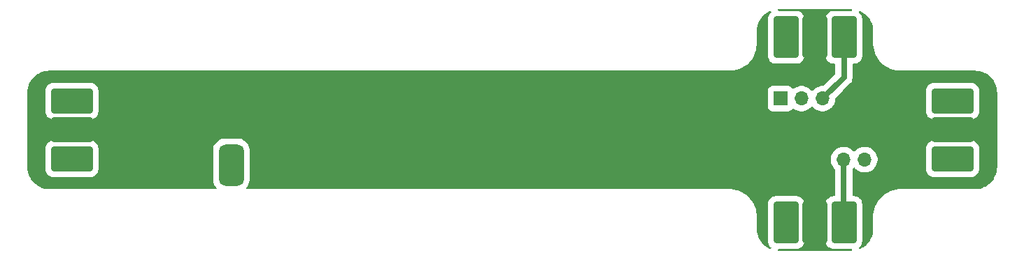
<source format=gbl>
G04 #@! TF.GenerationSoftware,KiCad,Pcbnew,9.0.0*
G04 #@! TF.CreationDate,2025-03-27T20:29:25-05:00*
G04 #@! TF.ProjectId,PD_Board_v2,50445f42-6f61-4726-945f-76322e6b6963,rev?*
G04 #@! TF.SameCoordinates,Original*
G04 #@! TF.FileFunction,Copper,L2,Bot*
G04 #@! TF.FilePolarity,Positive*
%FSLAX46Y46*%
G04 Gerber Fmt 4.6, Leading zero omitted, Abs format (unit mm)*
G04 Created by KiCad (PCBNEW 9.0.0) date 2025-03-27 20:29:25*
%MOMM*%
%LPD*%
G01*
G04 APERTURE LIST*
G04 Aperture macros list*
%AMRoundRect*
0 Rectangle with rounded corners*
0 $1 Rounding radius*
0 $2 $3 $4 $5 $6 $7 $8 $9 X,Y pos of 4 corners*
0 Add a 4 corners polygon primitive as box body*
4,1,4,$2,$3,$4,$5,$6,$7,$8,$9,$2,$3,0*
0 Add four circle primitives for the rounded corners*
1,1,$1+$1,$2,$3*
1,1,$1+$1,$4,$5*
1,1,$1+$1,$6,$7*
1,1,$1+$1,$8,$9*
0 Add four rect primitives between the rounded corners*
20,1,$1+$1,$2,$3,$4,$5,0*
20,1,$1+$1,$4,$5,$6,$7,0*
20,1,$1+$1,$6,$7,$8,$9,0*
20,1,$1+$1,$8,$9,$2,$3,0*%
G04 Aperture macros list end*
G04 #@! TA.AperFunction,ComponentPad*
%ADD10RoundRect,0.250000X-1.250000X2.250000X-1.250000X-2.250000X1.250000X-2.250000X1.250000X2.250000X0*%
G04 #@! TD*
G04 #@! TA.AperFunction,ComponentPad*
%ADD11RoundRect,0.250000X-2.250000X-1.250000X2.250000X-1.250000X2.250000X1.250000X-2.250000X1.250000X0*%
G04 #@! TD*
G04 #@! TA.AperFunction,ComponentPad*
%ADD12RoundRect,0.750000X0.750000X-1.750000X0.750000X1.750000X-0.750000X1.750000X-0.750000X-1.750000X0*%
G04 #@! TD*
G04 #@! TA.AperFunction,ComponentPad*
%ADD13R,1.700000X1.700000*%
G04 #@! TD*
G04 #@! TA.AperFunction,ComponentPad*
%ADD14O,1.700000X1.700000*%
G04 #@! TD*
G04 #@! TA.AperFunction,Conductor*
%ADD15C,0.700000*%
G04 #@! TD*
G04 APERTURE END LIST*
D10*
X190400000Y-89500000D03*
X186900000Y-89500000D03*
X183400000Y-89500000D03*
X190400000Y-112000000D03*
X186900000Y-112000000D03*
X183400000Y-112000000D03*
D11*
X203550000Y-97250000D03*
X203550000Y-100750000D03*
X203550000Y-104250000D03*
D12*
X116250000Y-105000000D03*
X121250000Y-105000000D03*
D11*
X96950000Y-97250000D03*
X96950000Y-100750000D03*
X96950000Y-104250000D03*
D13*
X187835000Y-104350000D03*
D14*
X190375000Y-104350000D03*
X192915000Y-104350000D03*
D13*
X182720000Y-96950000D03*
D14*
X185260000Y-96950000D03*
X187800000Y-96950000D03*
D15*
X187800000Y-96950000D02*
X190400000Y-94350000D01*
X190400000Y-94350000D02*
X190400000Y-89500000D01*
X187800000Y-96950000D02*
X187800000Y-96445000D01*
X203250000Y-96950000D02*
X203550000Y-97250000D01*
X190375000Y-104350000D02*
X190375000Y-111975000D01*
X190375000Y-111975000D02*
X190400000Y-112000000D01*
G04 #@! TA.AperFunction,Conductor*
G36*
X191253472Y-86050686D02*
G01*
X191271439Y-86051695D01*
X191337269Y-86075108D01*
X191379991Y-86130394D01*
X191386041Y-86200001D01*
X191353498Y-86261829D01*
X191292695Y-86296249D01*
X191264486Y-86299500D01*
X189094862Y-86299500D01*
X189082599Y-86300590D01*
X188981451Y-86309582D01*
X188795594Y-86362762D01*
X188624250Y-86452265D01*
X188474428Y-86574428D01*
X188352265Y-86724250D01*
X188262762Y-86895594D01*
X188209582Y-87081451D01*
X188199500Y-87194863D01*
X188199500Y-91805136D01*
X188209582Y-91918548D01*
X188262762Y-92104405D01*
X188262763Y-92104406D01*
X188352266Y-92275751D01*
X188396427Y-92329910D01*
X188474428Y-92425571D01*
X188549339Y-92486652D01*
X188624249Y-92547734D01*
X188795594Y-92637237D01*
X188981448Y-92690417D01*
X189094862Y-92700500D01*
X189225500Y-92700500D01*
X189292539Y-92720185D01*
X189338294Y-92772989D01*
X189349500Y-92824500D01*
X189349500Y-93863507D01*
X189329815Y-93930546D01*
X189313181Y-93951188D01*
X187906188Y-95358181D01*
X187882487Y-95371122D01*
X187860710Y-95387097D01*
X187849693Y-95389029D01*
X187844865Y-95391666D01*
X187826151Y-95394264D01*
X187822330Y-95394500D01*
X187696535Y-95394500D01*
X187645700Y-95404611D01*
X187637445Y-95405918D01*
X187637436Y-95405919D01*
X187436926Y-95437678D01*
X187204812Y-95513097D01*
X186987357Y-95623896D01*
X186789923Y-95767339D01*
X186789918Y-95767343D01*
X186617681Y-95939581D01*
X186556358Y-95973066D01*
X186486666Y-95968082D01*
X186442319Y-95939581D01*
X186270081Y-95767343D01*
X186270076Y-95767339D01*
X186072642Y-95623896D01*
X186072641Y-95623895D01*
X186072639Y-95623894D01*
X185855185Y-95513096D01*
X185623076Y-95437679D01*
X185623074Y-95437678D01*
X185623072Y-95437678D01*
X185422554Y-95405919D01*
X185382027Y-95399500D01*
X185137973Y-95399500D01*
X185105704Y-95404611D01*
X184896927Y-95437678D01*
X184664812Y-95513097D01*
X184447357Y-95623896D01*
X184315699Y-95719551D01*
X184249893Y-95743031D01*
X184181839Y-95727205D01*
X184136697Y-95683382D01*
X184125474Y-95664817D01*
X184125471Y-95664813D01*
X184005188Y-95544530D01*
X183888931Y-95474250D01*
X183859606Y-95456522D01*
X183697196Y-95405914D01*
X183697194Y-95405913D01*
X183697192Y-95405913D01*
X183647778Y-95401423D01*
X183626616Y-95399500D01*
X181813384Y-95399500D01*
X181794145Y-95401248D01*
X181742807Y-95405913D01*
X181580393Y-95456522D01*
X181434811Y-95544530D01*
X181314530Y-95664811D01*
X181226522Y-95810393D01*
X181175913Y-95972807D01*
X181169500Y-96043386D01*
X181169500Y-97856613D01*
X181175913Y-97927192D01*
X181175913Y-97927194D01*
X181175914Y-97927196D01*
X181186160Y-97960076D01*
X181226522Y-98089606D01*
X181314530Y-98235188D01*
X181434811Y-98355469D01*
X181434813Y-98355470D01*
X181434815Y-98355472D01*
X181580394Y-98443478D01*
X181742804Y-98494086D01*
X181813384Y-98500500D01*
X181813387Y-98500500D01*
X183626613Y-98500500D01*
X183626616Y-98500500D01*
X183697196Y-98494086D01*
X183859606Y-98443478D01*
X184005185Y-98355472D01*
X184125472Y-98235185D01*
X184136694Y-98216620D01*
X184188220Y-98169431D01*
X184257079Y-98157590D01*
X184315698Y-98180449D01*
X184447356Y-98276103D01*
X184447358Y-98276104D01*
X184447361Y-98276106D01*
X184664815Y-98386904D01*
X184896924Y-98462321D01*
X185137973Y-98500500D01*
X185137974Y-98500500D01*
X185382026Y-98500500D01*
X185382027Y-98500500D01*
X185623076Y-98462321D01*
X185855185Y-98386904D01*
X186072639Y-98276106D01*
X186270083Y-98132655D01*
X186442319Y-97960419D01*
X186503642Y-97926934D01*
X186573334Y-97931918D01*
X186617681Y-97960419D01*
X186789918Y-98132656D01*
X186789923Y-98132660D01*
X186931032Y-98235181D01*
X186987361Y-98276106D01*
X187204815Y-98386904D01*
X187436924Y-98462321D01*
X187677973Y-98500500D01*
X187677974Y-98500500D01*
X187922026Y-98500500D01*
X187922027Y-98500500D01*
X188163076Y-98462321D01*
X188395185Y-98386904D01*
X188612639Y-98276106D01*
X188810083Y-98132655D01*
X188982655Y-97960083D01*
X189126106Y-97762639D01*
X189236904Y-97545185D01*
X189312321Y-97313076D01*
X189350500Y-97072027D01*
X189350500Y-96936492D01*
X189370185Y-96869453D01*
X189386814Y-96848816D01*
X190290767Y-95944863D01*
X200349500Y-95944863D01*
X200349500Y-98555136D01*
X200359582Y-98668548D01*
X200412762Y-98854405D01*
X200412763Y-98854406D01*
X200502266Y-99025751D01*
X200549518Y-99083700D01*
X200624428Y-99175571D01*
X200699339Y-99236652D01*
X200774249Y-99297734D01*
X200945594Y-99387237D01*
X201131448Y-99440417D01*
X201244862Y-99450500D01*
X201244870Y-99450500D01*
X205855130Y-99450500D01*
X205855138Y-99450500D01*
X205968552Y-99440417D01*
X206154406Y-99387237D01*
X206325751Y-99297734D01*
X206475571Y-99175571D01*
X206597734Y-99025751D01*
X206687237Y-98854406D01*
X206740417Y-98668552D01*
X206750500Y-98555138D01*
X206750500Y-95944862D01*
X206740417Y-95831448D01*
X206687237Y-95645594D01*
X206597734Y-95474249D01*
X206528246Y-95389029D01*
X206475571Y-95324428D01*
X206383700Y-95249518D01*
X206325751Y-95202266D01*
X206269820Y-95173050D01*
X206154405Y-95112762D01*
X205989538Y-95065588D01*
X205968552Y-95059583D01*
X205968551Y-95059582D01*
X205968548Y-95059582D01*
X205879662Y-95051680D01*
X205855138Y-95049500D01*
X201244862Y-95049500D01*
X201232599Y-95050590D01*
X201131451Y-95059582D01*
X200945594Y-95112762D01*
X200774250Y-95202265D01*
X200624428Y-95324428D01*
X200502265Y-95474250D01*
X200412762Y-95645594D01*
X200359582Y-95831451D01*
X200349500Y-95944863D01*
X190290767Y-95944863D01*
X191069651Y-95165979D01*
X191069655Y-95165977D01*
X191215977Y-95019655D01*
X191330941Y-94847598D01*
X191410130Y-94656420D01*
X191450500Y-94453465D01*
X191450500Y-92824500D01*
X191470185Y-92757461D01*
X191522989Y-92711706D01*
X191574500Y-92700500D01*
X191705130Y-92700500D01*
X191705138Y-92700500D01*
X191818552Y-92690417D01*
X192004406Y-92637237D01*
X192175751Y-92547734D01*
X192325571Y-92425571D01*
X192447734Y-92275751D01*
X192537237Y-92104406D01*
X192590417Y-91918552D01*
X192600500Y-91805138D01*
X192600500Y-87194862D01*
X192590417Y-87081448D01*
X192537237Y-86895594D01*
X192447734Y-86724249D01*
X192378579Y-86639438D01*
X192325571Y-86574428D01*
X192242152Y-86506409D01*
X192232265Y-86491993D01*
X192218657Y-86481027D01*
X192212916Y-86463779D01*
X192202635Y-86448788D01*
X192202111Y-86431316D01*
X192196592Y-86414733D01*
X192201087Y-86397120D01*
X192200543Y-86378949D01*
X192209548Y-86363967D01*
X192213871Y-86347034D01*
X192227174Y-86334647D01*
X192236541Y-86319067D01*
X192252215Y-86311333D01*
X192265008Y-86299423D01*
X192282897Y-86296195D01*
X192299200Y-86288152D01*
X192316740Y-86290089D01*
X192333768Y-86287017D01*
X192367962Y-86295745D01*
X192414845Y-86315164D01*
X192427359Y-86321190D01*
X192533110Y-86379637D01*
X192680130Y-86460892D01*
X192691904Y-86468290D01*
X192745628Y-86506409D01*
X192927446Y-86635415D01*
X192938314Y-86644083D01*
X193153643Y-86836514D01*
X193163476Y-86846346D01*
X193355920Y-87061691D01*
X193355926Y-87061697D01*
X193364590Y-87072563D01*
X193451371Y-87194869D01*
X193531706Y-87308089D01*
X193539105Y-87319863D01*
X193678806Y-87572634D01*
X193684839Y-87585162D01*
X193795355Y-87851972D01*
X193799948Y-87865097D01*
X193879899Y-88142613D01*
X193882993Y-88156170D01*
X193931368Y-88440885D01*
X193932925Y-88454703D01*
X193949315Y-88746551D01*
X193949510Y-88753504D01*
X193949510Y-90198638D01*
X193949509Y-90198641D01*
X193949509Y-90250001D01*
X193949509Y-90422972D01*
X193985670Y-90767020D01*
X193985671Y-90767024D01*
X194057594Y-91105398D01*
X194057595Y-91105399D01*
X194160228Y-91421274D01*
X194164498Y-91434414D01*
X194276613Y-91686227D01*
X194305206Y-91750448D01*
X194305209Y-91750454D01*
X194478174Y-92050039D01*
X194478177Y-92050044D01*
X194681511Y-92329910D01*
X194681518Y-92329919D01*
X194767644Y-92425571D01*
X194912998Y-92587002D01*
X195027852Y-92690417D01*
X195170075Y-92818476D01*
X195170081Y-92818480D01*
X195170084Y-92818483D01*
X195327064Y-92932536D01*
X195449957Y-93021823D01*
X195449958Y-93021824D01*
X195749544Y-93194790D01*
X195749553Y-93194795D01*
X196065587Y-93335502D01*
X196394598Y-93442404D01*
X196394601Y-93442404D01*
X196394602Y-93442405D01*
X196441224Y-93452314D01*
X196732981Y-93514330D01*
X197077029Y-93550491D01*
X197210440Y-93550491D01*
X206202407Y-93550491D01*
X206246519Y-93550491D01*
X206253472Y-93550686D01*
X206545307Y-93567075D01*
X206559105Y-93568629D01*
X206843830Y-93617006D01*
X206857384Y-93620099D01*
X207134916Y-93700056D01*
X207148013Y-93704639D01*
X207414845Y-93815164D01*
X207427359Y-93821190D01*
X207503925Y-93863507D01*
X207680130Y-93960892D01*
X207691904Y-93968290D01*
X207927446Y-94135415D01*
X207938314Y-94144083D01*
X208153643Y-94336514D01*
X208163476Y-94346346D01*
X208355926Y-94561697D01*
X208364592Y-94572565D01*
X208531709Y-94808094D01*
X208539102Y-94819859D01*
X208649526Y-95019655D01*
X208678806Y-95072634D01*
X208684839Y-95085162D01*
X208795355Y-95351972D01*
X208799948Y-95365097D01*
X208879899Y-95642613D01*
X208882993Y-95656170D01*
X208931368Y-95940885D01*
X208932925Y-95954703D01*
X208949315Y-96246551D01*
X208949510Y-96253504D01*
X208949510Y-105246520D01*
X208949315Y-105253473D01*
X208932926Y-105545297D01*
X208931369Y-105559115D01*
X208882993Y-105843830D01*
X208879899Y-105857387D01*
X208799948Y-106134903D01*
X208795355Y-106148027D01*
X208684839Y-106414838D01*
X208678806Y-106427367D01*
X208539108Y-106680130D01*
X208531710Y-106691904D01*
X208364592Y-106927436D01*
X208355922Y-106938308D01*
X208163482Y-107153649D01*
X208153649Y-107163482D01*
X207938303Y-107355927D01*
X207927431Y-107364596D01*
X207691911Y-107531707D01*
X207680137Y-107539106D01*
X207427366Y-107678807D01*
X207414837Y-107684840D01*
X207148026Y-107795356D01*
X207134902Y-107799949D01*
X206857386Y-107879900D01*
X206843829Y-107882994D01*
X206559115Y-107931369D01*
X206545297Y-107932926D01*
X206253449Y-107949316D01*
X206246496Y-107949511D01*
X197301363Y-107949511D01*
X197301360Y-107949510D01*
X197250000Y-107949510D01*
X197077029Y-107949510D01*
X196732981Y-107985671D01*
X196732976Y-107985671D01*
X196732976Y-107985672D01*
X196394602Y-108057595D01*
X196394601Y-108057596D01*
X196065594Y-108164496D01*
X195749551Y-108305207D01*
X195749545Y-108305210D01*
X195449962Y-108478174D01*
X195170075Y-108681524D01*
X194912998Y-108912999D01*
X194681523Y-109170076D01*
X194478173Y-109449963D01*
X194305211Y-109749543D01*
X194305208Y-109749548D01*
X194164496Y-110065595D01*
X194057596Y-110394602D01*
X194057595Y-110394603D01*
X193985672Y-110732977D01*
X193949510Y-111077034D01*
X193949510Y-112746520D01*
X193949315Y-112753473D01*
X193932926Y-113045297D01*
X193931369Y-113059115D01*
X193882993Y-113343830D01*
X193879899Y-113357387D01*
X193799948Y-113634903D01*
X193795355Y-113648027D01*
X193684839Y-113914838D01*
X193678806Y-113927367D01*
X193539108Y-114180130D01*
X193531710Y-114191904D01*
X193364592Y-114427436D01*
X193355922Y-114438308D01*
X193163482Y-114653649D01*
X193153649Y-114663482D01*
X192938303Y-114855927D01*
X192927431Y-114864596D01*
X192691911Y-115031707D01*
X192680137Y-115039106D01*
X192427366Y-115178807D01*
X192414838Y-115184840D01*
X192367961Y-115204257D01*
X192298491Y-115211726D01*
X192236012Y-115180451D01*
X192200360Y-115120362D01*
X192202854Y-115050537D01*
X192242148Y-114993594D01*
X192325569Y-114925573D01*
X192325571Y-114925571D01*
X192447734Y-114775751D01*
X192537237Y-114604406D01*
X192590417Y-114418552D01*
X192600500Y-114305138D01*
X192600500Y-109694862D01*
X192590417Y-109581448D01*
X192537237Y-109395594D01*
X192447734Y-109224249D01*
X192378579Y-109139438D01*
X192325571Y-109074428D01*
X192233700Y-108999518D01*
X192175751Y-108952266D01*
X192100578Y-108912999D01*
X192004405Y-108862762D01*
X191847360Y-108817826D01*
X191818552Y-108809583D01*
X191818551Y-108809582D01*
X191818548Y-108809582D01*
X191729662Y-108801680D01*
X191705138Y-108799500D01*
X191705136Y-108799500D01*
X191549500Y-108799500D01*
X191482461Y-108779815D01*
X191436706Y-108727011D01*
X191425500Y-108675500D01*
X191425500Y-105543600D01*
X191434144Y-105514159D01*
X191440668Y-105484173D01*
X191444422Y-105479157D01*
X191445185Y-105476561D01*
X191461819Y-105455919D01*
X191557319Y-105360419D01*
X191618642Y-105326934D01*
X191688334Y-105331918D01*
X191732681Y-105360419D01*
X191904918Y-105532656D01*
X191904923Y-105532660D01*
X192077136Y-105657779D01*
X192102361Y-105676106D01*
X192319815Y-105786904D01*
X192551924Y-105862321D01*
X192792973Y-105900500D01*
X192792974Y-105900500D01*
X193037026Y-105900500D01*
X193037027Y-105900500D01*
X193278076Y-105862321D01*
X193510185Y-105786904D01*
X193727639Y-105676106D01*
X193925083Y-105532655D01*
X194097655Y-105360083D01*
X194241106Y-105162639D01*
X194351904Y-104945185D01*
X194427321Y-104713076D01*
X194465500Y-104472027D01*
X194465500Y-104227973D01*
X194427321Y-103986924D01*
X194351904Y-103754815D01*
X194241106Y-103537361D01*
X194185000Y-103460137D01*
X194097660Y-103339923D01*
X194097656Y-103339918D01*
X193925081Y-103167343D01*
X193925076Y-103167339D01*
X193753154Y-103042431D01*
X193727642Y-103023896D01*
X193727641Y-103023895D01*
X193727639Y-103023894D01*
X193572531Y-102944863D01*
X200349500Y-102944863D01*
X200349500Y-105555136D01*
X200359582Y-105668548D01*
X200359582Y-105668551D01*
X200359583Y-105668552D01*
X200368537Y-105699845D01*
X200412762Y-105854405D01*
X200412763Y-105854406D01*
X200502266Y-106025751D01*
X200549518Y-106083700D01*
X200624428Y-106175571D01*
X200699339Y-106236652D01*
X200774249Y-106297734D01*
X200945594Y-106387237D01*
X201131448Y-106440417D01*
X201244862Y-106450500D01*
X201244870Y-106450500D01*
X205855130Y-106450500D01*
X205855138Y-106450500D01*
X205968552Y-106440417D01*
X206154406Y-106387237D01*
X206325751Y-106297734D01*
X206475571Y-106175571D01*
X206597734Y-106025751D01*
X206687237Y-105854406D01*
X206740417Y-105668552D01*
X206750500Y-105555138D01*
X206750500Y-102944862D01*
X206740417Y-102831448D01*
X206687237Y-102645594D01*
X206597734Y-102474249D01*
X206536652Y-102399339D01*
X206475571Y-102324428D01*
X206348514Y-102220827D01*
X206325751Y-102202266D01*
X206311082Y-102194604D01*
X206154405Y-102112762D01*
X205989115Y-102065467D01*
X205968552Y-102059583D01*
X205968551Y-102059582D01*
X205968548Y-102059582D01*
X205879662Y-102051680D01*
X205855138Y-102049500D01*
X201244862Y-102049500D01*
X201232599Y-102050590D01*
X201131451Y-102059582D01*
X200945594Y-102112762D01*
X200774250Y-102202265D01*
X200624428Y-102324428D01*
X200502265Y-102474250D01*
X200412762Y-102645594D01*
X200359582Y-102831451D01*
X200349500Y-102944863D01*
X193572531Y-102944863D01*
X193510185Y-102913096D01*
X193278076Y-102837679D01*
X193278074Y-102837678D01*
X193278072Y-102837678D01*
X193109769Y-102811021D01*
X193037027Y-102799500D01*
X192792973Y-102799500D01*
X192737093Y-102808350D01*
X192551927Y-102837678D01*
X192319812Y-102913097D01*
X192102357Y-103023896D01*
X191904923Y-103167339D01*
X191904918Y-103167343D01*
X191732681Y-103339581D01*
X191671358Y-103373066D01*
X191601666Y-103368082D01*
X191557319Y-103339581D01*
X191385081Y-103167343D01*
X191385076Y-103167339D01*
X191187642Y-103023896D01*
X191187641Y-103023895D01*
X191187639Y-103023894D01*
X190970185Y-102913096D01*
X190738076Y-102837679D01*
X190738074Y-102837678D01*
X190738072Y-102837678D01*
X190569769Y-102811021D01*
X190497027Y-102799500D01*
X190252973Y-102799500D01*
X190197093Y-102808350D01*
X190011927Y-102837678D01*
X189779812Y-102913097D01*
X189562357Y-103023896D01*
X189364923Y-103167339D01*
X189364918Y-103167343D01*
X189192343Y-103339918D01*
X189192339Y-103339923D01*
X189048896Y-103537357D01*
X188938097Y-103754812D01*
X188862678Y-103986927D01*
X188824500Y-104227973D01*
X188824500Y-104472026D01*
X188862678Y-104713072D01*
X188938097Y-104945187D01*
X189048896Y-105162642D01*
X189192339Y-105360076D01*
X189192343Y-105360081D01*
X189288181Y-105455919D01*
X189321666Y-105517242D01*
X189324500Y-105543600D01*
X189324500Y-108675500D01*
X189304815Y-108742539D01*
X189252011Y-108788294D01*
X189200500Y-108799500D01*
X189094862Y-108799500D01*
X189082599Y-108800590D01*
X188981451Y-108809582D01*
X188795594Y-108862762D01*
X188624250Y-108952265D01*
X188474428Y-109074428D01*
X188352265Y-109224250D01*
X188262762Y-109395594D01*
X188209582Y-109581451D01*
X188199500Y-109694863D01*
X188199500Y-114305136D01*
X188209582Y-114418548D01*
X188262762Y-114604405D01*
X188293622Y-114663483D01*
X188352266Y-114775751D01*
X188396432Y-114829916D01*
X188474428Y-114925571D01*
X188549339Y-114986652D01*
X188624249Y-115047734D01*
X188795594Y-115137237D01*
X188981448Y-115190417D01*
X189094862Y-115200500D01*
X189094870Y-115200500D01*
X191264499Y-115200500D01*
X191294813Y-115209401D01*
X191325584Y-115216590D01*
X191328088Y-115219172D01*
X191331538Y-115220185D01*
X191352220Y-115244054D01*
X191374228Y-115266745D01*
X191374938Y-115270272D01*
X191377293Y-115272989D01*
X191381789Y-115304259D01*
X191388033Y-115335237D01*
X191386725Y-115338586D01*
X191387237Y-115342147D01*
X191374107Y-115370896D01*
X191362617Y-115400321D01*
X191359706Y-115402431D01*
X191358212Y-115405703D01*
X191331629Y-115422786D01*
X191306050Y-115441331D01*
X191301275Y-115442293D01*
X191299434Y-115443477D01*
X191271452Y-115448305D01*
X191253449Y-115449316D01*
X191246496Y-115449511D01*
X182553481Y-115449511D01*
X182546528Y-115449316D01*
X182528525Y-115448305D01*
X182462695Y-115424893D01*
X182419973Y-115369606D01*
X182413923Y-115299999D01*
X182446465Y-115238171D01*
X182507269Y-115203751D01*
X182535478Y-115200500D01*
X184705130Y-115200500D01*
X184705138Y-115200500D01*
X184818552Y-115190417D01*
X185004406Y-115137237D01*
X185175751Y-115047734D01*
X185325571Y-114925571D01*
X185447734Y-114775751D01*
X185537237Y-114604406D01*
X185590417Y-114418552D01*
X185600500Y-114305138D01*
X185600500Y-109694862D01*
X185590417Y-109581448D01*
X185537237Y-109395594D01*
X185447734Y-109224249D01*
X185378579Y-109139438D01*
X185325571Y-109074428D01*
X185233700Y-108999518D01*
X185175751Y-108952266D01*
X185100578Y-108912999D01*
X185004405Y-108862762D01*
X184847360Y-108817826D01*
X184818552Y-108809583D01*
X184818551Y-108809582D01*
X184818548Y-108809582D01*
X184729662Y-108801680D01*
X184705138Y-108799500D01*
X182094862Y-108799500D01*
X182082599Y-108800590D01*
X181981451Y-108809582D01*
X181795594Y-108862762D01*
X181624250Y-108952265D01*
X181474428Y-109074428D01*
X181352265Y-109224250D01*
X181262762Y-109395594D01*
X181209582Y-109581451D01*
X181199500Y-109694863D01*
X181199500Y-114305136D01*
X181209582Y-114418548D01*
X181262762Y-114604405D01*
X181293622Y-114663483D01*
X181352266Y-114775751D01*
X181396432Y-114829916D01*
X181474428Y-114925571D01*
X181557853Y-114993595D01*
X181567739Y-115008010D01*
X181581348Y-115018977D01*
X181587088Y-115036224D01*
X181597370Y-115051216D01*
X181597893Y-115068687D01*
X181603413Y-115085271D01*
X181598917Y-115102883D01*
X181599462Y-115121055D01*
X181590456Y-115136035D01*
X181586134Y-115152971D01*
X181572829Y-115165357D01*
X181563464Y-115180937D01*
X181547788Y-115188671D01*
X181534996Y-115200581D01*
X181517108Y-115203808D01*
X181500805Y-115211852D01*
X181483261Y-115209914D01*
X181466237Y-115212986D01*
X181432039Y-115204258D01*
X181385160Y-115184840D01*
X181372632Y-115178807D01*
X181119869Y-115039109D01*
X181108095Y-115031711D01*
X180872563Y-114864593D01*
X180861691Y-114855923D01*
X180646350Y-114663483D01*
X180636517Y-114653650D01*
X180444072Y-114438304D01*
X180435416Y-114427449D01*
X180268283Y-114191898D01*
X180260893Y-114180137D01*
X180260889Y-114180130D01*
X180121188Y-113927361D01*
X180115162Y-113914847D01*
X180004641Y-113648026D01*
X180000051Y-113634907D01*
X179920096Y-113357378D01*
X179917005Y-113343832D01*
X179868629Y-113059115D01*
X179867073Y-113045306D01*
X179850685Y-112753490D01*
X179850490Y-112746537D01*
X179850490Y-111202846D01*
X179850489Y-111202828D01*
X179850489Y-111077034D01*
X179850489Y-111077030D01*
X179814328Y-110732982D01*
X179742402Y-110394599D01*
X179635500Y-110065588D01*
X179494793Y-109749554D01*
X179389328Y-109566883D01*
X179321824Y-109449962D01*
X179321821Y-109449957D01*
X179118487Y-109170091D01*
X179118480Y-109170082D01*
X179023067Y-109064116D01*
X178887001Y-108913000D01*
X178748501Y-108788294D01*
X178629918Y-108681520D01*
X178629909Y-108681513D01*
X178350043Y-108478179D01*
X178350038Y-108478176D01*
X178050453Y-108305211D01*
X178050447Y-108305208D01*
X178050445Y-108305207D01*
X177734413Y-108164500D01*
X177734408Y-108164498D01*
X177734405Y-108164497D01*
X177546184Y-108103340D01*
X177405402Y-108057598D01*
X177405399Y-108057597D01*
X177405398Y-108057597D01*
X177405397Y-108057596D01*
X177113645Y-107995582D01*
X177067019Y-107985672D01*
X176722971Y-107949511D01*
X176722966Y-107949511D01*
X118152426Y-107949511D01*
X118085387Y-107929826D01*
X118039632Y-107877022D01*
X118029688Y-107807864D01*
X118057803Y-107745370D01*
X118114178Y-107678808D01*
X118184533Y-107595740D01*
X118307582Y-107389238D01*
X118394963Y-107165299D01*
X118444294Y-106930031D01*
X118450500Y-106830069D01*
X118450499Y-103169932D01*
X118444294Y-103069969D01*
X118394963Y-102834701D01*
X118394961Y-102834696D01*
X118394959Y-102834689D01*
X118307583Y-102610765D01*
X118307582Y-102610762D01*
X118184533Y-102404260D01*
X118184531Y-102404258D01*
X118184529Y-102404254D01*
X118029173Y-102220826D01*
X117845745Y-102065470D01*
X117818944Y-102049500D01*
X117639238Y-101942418D01*
X117639236Y-101942417D01*
X117639234Y-101942416D01*
X117415310Y-101855040D01*
X117415300Y-101855037D01*
X117180032Y-101805706D01*
X117180029Y-101805705D01*
X117092479Y-101800270D01*
X117080069Y-101799500D01*
X117080067Y-101799500D01*
X115419944Y-101799500D01*
X115419921Y-101799501D01*
X115319968Y-101805706D01*
X115084699Y-101855037D01*
X115084689Y-101855040D01*
X114860765Y-101942416D01*
X114654254Y-102065470D01*
X114470826Y-102220826D01*
X114315470Y-102404254D01*
X114192416Y-102610765D01*
X114105040Y-102834689D01*
X114105037Y-102834699D01*
X114055706Y-103069967D01*
X114055705Y-103069970D01*
X114049500Y-103169922D01*
X114049500Y-106830055D01*
X114049501Y-106830078D01*
X114055706Y-106930031D01*
X114105037Y-107165300D01*
X114105040Y-107165310D01*
X114182803Y-107364597D01*
X114192418Y-107389238D01*
X114310260Y-107587002D01*
X114315468Y-107595741D01*
X114442197Y-107745370D01*
X114470503Y-107809249D01*
X114459780Y-107878291D01*
X114413433Y-107930576D01*
X114347574Y-107949511D01*
X94253482Y-107949511D01*
X94246529Y-107949316D01*
X93954702Y-107932927D01*
X93940884Y-107931370D01*
X93656170Y-107882995D01*
X93642613Y-107879901D01*
X93365097Y-107799950D01*
X93351973Y-107795357D01*
X93085162Y-107684841D01*
X93072633Y-107678808D01*
X92906522Y-107587002D01*
X92819858Y-107539104D01*
X92808093Y-107531711D01*
X92572564Y-107364594D01*
X92561696Y-107355928D01*
X92348394Y-107165310D01*
X92346348Y-107163481D01*
X92336517Y-107153650D01*
X92144072Y-106938304D01*
X92135406Y-106927436D01*
X91968286Y-106691902D01*
X91960899Y-106680147D01*
X91821188Y-106427360D01*
X91815162Y-106414846D01*
X91704637Y-106148014D01*
X91700054Y-106134917D01*
X91620097Y-105857385D01*
X91617004Y-105843830D01*
X91607332Y-105786902D01*
X91568627Y-105559105D01*
X91567073Y-105545305D01*
X91550685Y-105253488D01*
X91550490Y-105246536D01*
X91550490Y-102944863D01*
X93749500Y-102944863D01*
X93749500Y-105555136D01*
X93759582Y-105668548D01*
X93759582Y-105668551D01*
X93759583Y-105668552D01*
X93768537Y-105699845D01*
X93812762Y-105854405D01*
X93812763Y-105854406D01*
X93902266Y-106025751D01*
X93949518Y-106083700D01*
X94024428Y-106175571D01*
X94099339Y-106236652D01*
X94174249Y-106297734D01*
X94345594Y-106387237D01*
X94531448Y-106440417D01*
X94644862Y-106450500D01*
X94644870Y-106450500D01*
X99255130Y-106450500D01*
X99255138Y-106450500D01*
X99368552Y-106440417D01*
X99554406Y-106387237D01*
X99725751Y-106297734D01*
X99875571Y-106175571D01*
X99997734Y-106025751D01*
X100087237Y-105854406D01*
X100140417Y-105668552D01*
X100150500Y-105555138D01*
X100150500Y-102944862D01*
X100140417Y-102831448D01*
X100087237Y-102645594D01*
X99997734Y-102474249D01*
X99936652Y-102399339D01*
X99875571Y-102324428D01*
X99748514Y-102220827D01*
X99725751Y-102202266D01*
X99711082Y-102194604D01*
X99554405Y-102112762D01*
X99389115Y-102065467D01*
X99368552Y-102059583D01*
X99368551Y-102059582D01*
X99368548Y-102059582D01*
X99279662Y-102051680D01*
X99255138Y-102049500D01*
X94644862Y-102049500D01*
X94632599Y-102050590D01*
X94531451Y-102059582D01*
X94345594Y-102112762D01*
X94174250Y-102202265D01*
X94024428Y-102324428D01*
X93902265Y-102474250D01*
X93812762Y-102645594D01*
X93759582Y-102831451D01*
X93749500Y-102944863D01*
X91550490Y-102944863D01*
X91550490Y-96253481D01*
X91550685Y-96246528D01*
X91567074Y-95954691D01*
X91568181Y-95944863D01*
X93749500Y-95944863D01*
X93749500Y-98555136D01*
X93759582Y-98668548D01*
X93812762Y-98854405D01*
X93812763Y-98854406D01*
X93902266Y-99025751D01*
X93949518Y-99083700D01*
X94024428Y-99175571D01*
X94099339Y-99236652D01*
X94174249Y-99297734D01*
X94345594Y-99387237D01*
X94531448Y-99440417D01*
X94644862Y-99450500D01*
X94644870Y-99450500D01*
X99255130Y-99450500D01*
X99255138Y-99450500D01*
X99368552Y-99440417D01*
X99554406Y-99387237D01*
X99725751Y-99297734D01*
X99875571Y-99175571D01*
X99997734Y-99025751D01*
X100087237Y-98854406D01*
X100140417Y-98668552D01*
X100150500Y-98555138D01*
X100150500Y-95944862D01*
X100140417Y-95831448D01*
X100087237Y-95645594D01*
X99997734Y-95474249D01*
X99928246Y-95389029D01*
X99875571Y-95324428D01*
X99783700Y-95249518D01*
X99725751Y-95202266D01*
X99669820Y-95173050D01*
X99554405Y-95112762D01*
X99389538Y-95065588D01*
X99368552Y-95059583D01*
X99368551Y-95059582D01*
X99368548Y-95059582D01*
X99279662Y-95051680D01*
X99255138Y-95049500D01*
X94644862Y-95049500D01*
X94632599Y-95050590D01*
X94531451Y-95059582D01*
X94345594Y-95112762D01*
X94174250Y-95202265D01*
X94024428Y-95324428D01*
X93902265Y-95474250D01*
X93812762Y-95645594D01*
X93759582Y-95831451D01*
X93749500Y-95944863D01*
X91568181Y-95944863D01*
X91568626Y-95940909D01*
X91617006Y-95656166D01*
X91620099Y-95642614D01*
X91620100Y-95642613D01*
X91700051Y-95365094D01*
X91704643Y-95351974D01*
X91726234Y-95299845D01*
X91815162Y-95085153D01*
X91821192Y-95072634D01*
X91960899Y-94819854D01*
X91968277Y-94808111D01*
X92135422Y-94572543D01*
X92144060Y-94561711D01*
X92336528Y-94346338D01*
X92346339Y-94336527D01*
X92561699Y-94144069D01*
X92572557Y-94135412D01*
X92808100Y-93968285D01*
X92819868Y-93960892D01*
X92839155Y-93950232D01*
X93072640Y-93821188D01*
X93085158Y-93815161D01*
X93302189Y-93725263D01*
X93351973Y-93704643D01*
X93365093Y-93700051D01*
X93642618Y-93620097D01*
X93656165Y-93617006D01*
X93940896Y-93568628D01*
X93954692Y-93567074D01*
X94214212Y-93552499D01*
X94246512Y-93550686D01*
X94253464Y-93550491D01*
X176597156Y-93550491D01*
X176597172Y-93550490D01*
X176722966Y-93550490D01*
X176722971Y-93550490D01*
X177067019Y-93514329D01*
X177405402Y-93442403D01*
X177734413Y-93335501D01*
X178050447Y-93194794D01*
X178350042Y-93021822D01*
X178629915Y-92818482D01*
X178887001Y-92587002D01*
X179118482Y-92329916D01*
X179321822Y-92050043D01*
X179494793Y-91750448D01*
X179635501Y-91434414D01*
X179742403Y-91105403D01*
X179814329Y-90767020D01*
X179850490Y-90422972D01*
X179850490Y-90250001D01*
X179850490Y-90202408D01*
X179850490Y-88753481D01*
X179850685Y-88746528D01*
X179852712Y-88710437D01*
X179867074Y-88454691D01*
X179868628Y-88440897D01*
X179917006Y-88156165D01*
X179920099Y-88142613D01*
X180000050Y-87865097D01*
X180004643Y-87851973D01*
X180025263Y-87802189D01*
X180115162Y-87585154D01*
X180121192Y-87572634D01*
X180260894Y-87319863D01*
X180268288Y-87308096D01*
X180309826Y-87249554D01*
X180435414Y-87072553D01*
X180444072Y-87061697D01*
X180636527Y-86846339D01*
X180646339Y-86836527D01*
X180861699Y-86644069D01*
X180872557Y-86635412D01*
X181108100Y-86468285D01*
X181119863Y-86460894D01*
X181372646Y-86321185D01*
X181385145Y-86315166D01*
X181432040Y-86295742D01*
X181501505Y-86288274D01*
X181563984Y-86319549D01*
X181599637Y-86379637D01*
X181597144Y-86449462D01*
X181557851Y-86506405D01*
X181474429Y-86574428D01*
X181352265Y-86724250D01*
X181262762Y-86895594D01*
X181209582Y-87081451D01*
X181199500Y-87194863D01*
X181199500Y-91805136D01*
X181209582Y-91918548D01*
X181262762Y-92104405D01*
X181262763Y-92104406D01*
X181352266Y-92275751D01*
X181396427Y-92329910D01*
X181474428Y-92425571D01*
X181549339Y-92486652D01*
X181624249Y-92547734D01*
X181795594Y-92637237D01*
X181981448Y-92690417D01*
X182094862Y-92700500D01*
X182094870Y-92700500D01*
X184705130Y-92700500D01*
X184705138Y-92700500D01*
X184818552Y-92690417D01*
X185004406Y-92637237D01*
X185175751Y-92547734D01*
X185325571Y-92425571D01*
X185447734Y-92275751D01*
X185537237Y-92104406D01*
X185590417Y-91918552D01*
X185600500Y-91805138D01*
X185600500Y-87194862D01*
X185590417Y-87081448D01*
X185537237Y-86895594D01*
X185447734Y-86724249D01*
X185378579Y-86639438D01*
X185325571Y-86574428D01*
X185211023Y-86481027D01*
X185175751Y-86452266D01*
X185100578Y-86412999D01*
X185004405Y-86362762D01*
X184838046Y-86315161D01*
X184818552Y-86309583D01*
X184818551Y-86309582D01*
X184818548Y-86309582D01*
X184729662Y-86301680D01*
X184705138Y-86299500D01*
X182535496Y-86299500D01*
X182505181Y-86290598D01*
X182474411Y-86283410D01*
X182471906Y-86280827D01*
X182468457Y-86279815D01*
X182447774Y-86255945D01*
X182425767Y-86233255D01*
X182425056Y-86229727D01*
X182422702Y-86227011D01*
X182418205Y-86195740D01*
X182411962Y-86164763D01*
X182413269Y-86161413D01*
X182412758Y-86157853D01*
X182425885Y-86129108D01*
X182437377Y-86099680D01*
X182440288Y-86097569D01*
X182441783Y-86094297D01*
X182468367Y-86077212D01*
X182493945Y-86058669D01*
X182498719Y-86057706D01*
X182500561Y-86056523D01*
X182528543Y-86051695D01*
X182546510Y-86050686D01*
X182553463Y-86050491D01*
X182597593Y-86050491D01*
X191202407Y-86050491D01*
X191246519Y-86050491D01*
X191253472Y-86050686D01*
G37*
G04 #@! TD.AperFunction*
M02*

</source>
